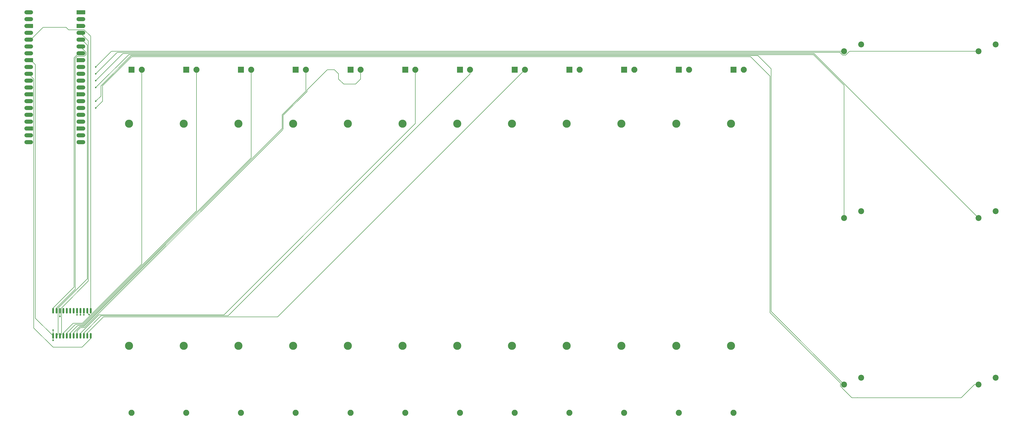
<source format=gbr>
%TF.GenerationSoftware,KiCad,Pcbnew,9.0.1*%
%TF.CreationDate,2025-07-07T17:58:15-06:00*%
%TF.ProjectId,MixDeck v1,4d697844-6563-46b2-9076-312e6b696361,rev?*%
%TF.SameCoordinates,Original*%
%TF.FileFunction,Copper,L2,Bot*%
%TF.FilePolarity,Positive*%
%FSLAX46Y46*%
G04 Gerber Fmt 4.6, Leading zero omitted, Abs format (unit mm)*
G04 Created by KiCad (PCBNEW 9.0.1) date 2025-07-07 17:58:15*
%MOMM*%
%LPD*%
G01*
G04 APERTURE LIST*
G04 Aperture macros list*
%AMRoundRect*
0 Rectangle with rounded corners*
0 $1 Rounding radius*
0 $2 $3 $4 $5 $6 $7 $8 $9 X,Y pos of 4 corners*
0 Add a 4 corners polygon primitive as box body*
4,1,4,$2,$3,$4,$5,$6,$7,$8,$9,$2,$3,0*
0 Add four circle primitives for the rounded corners*
1,1,$1+$1,$2,$3*
1,1,$1+$1,$4,$5*
1,1,$1+$1,$6,$7*
1,1,$1+$1,$8,$9*
0 Add four rect primitives between the rounded corners*
20,1,$1+$1,$2,$3,$4,$5,0*
20,1,$1+$1,$4,$5,$6,$7,0*
20,1,$1+$1,$6,$7,$8,$9,0*
20,1,$1+$1,$8,$9,$2,$3,0*%
%AMFreePoly0*
4,1,37,0.800000,0.796148,0.878414,0.796148,1.032228,0.765552,1.177117,0.705537,1.307515,0.618408,1.418408,0.507515,1.505537,0.377117,1.565552,0.232228,1.596148,0.078414,1.596148,-0.078414,1.565552,-0.232228,1.505537,-0.377117,1.418408,-0.507515,1.307515,-0.618408,1.177117,-0.705537,1.032228,-0.765552,0.878414,-0.796148,0.800000,-0.796148,0.800000,-0.800000,-1.400000,-0.800000,
-1.403843,-0.796157,-1.439018,-0.796157,-1.511114,-0.766294,-1.566294,-0.711114,-1.596157,-0.639018,-1.596157,-0.603843,-1.600000,-0.600000,-1.600000,0.600000,-1.596157,0.603843,-1.596157,0.639018,-1.566294,0.711114,-1.511114,0.766294,-1.439018,0.796157,-1.403843,0.796157,-1.400000,0.800000,0.800000,0.800000,0.800000,0.796148,0.800000,0.796148,$1*%
%AMFreePoly1*
4,1,37,1.403843,0.796157,1.439018,0.796157,1.511114,0.766294,1.566294,0.711114,1.596157,0.639018,1.596157,0.603843,1.600000,0.600000,1.600000,-0.600000,1.596157,-0.603843,1.596157,-0.639018,1.566294,-0.711114,1.511114,-0.766294,1.439018,-0.796157,1.403843,-0.796157,1.400000,-0.800000,-0.800000,-0.800000,-0.800000,-0.796148,-0.878414,-0.796148,-1.032228,-0.765552,-1.177117,-0.705537,
-1.307515,-0.618408,-1.418408,-0.507515,-1.505537,-0.377117,-1.565552,-0.232228,-1.596148,-0.078414,-1.596148,0.078414,-1.565552,0.232228,-1.505537,0.377117,-1.418408,0.507515,-1.307515,0.618408,-1.177117,0.705537,-1.032228,0.765552,-0.878414,0.796148,-0.800000,0.796148,-0.800000,0.800000,1.400000,0.800000,1.403843,0.796157,1.403843,0.796157,$1*%
%AMFreePoly2*
4,1,37,0.603843,0.796157,0.639018,0.796157,0.711114,0.766294,0.766294,0.711114,0.796157,0.639018,0.796157,0.603843,0.800000,0.600000,0.800000,-0.600000,0.796157,-0.603843,0.796157,-0.639018,0.766294,-0.711114,0.711114,-0.766294,0.639018,-0.796157,0.603843,-0.796157,0.600000,-0.800000,0.000000,-0.800000,0.000000,-0.796148,-0.078414,-0.796148,-0.232228,-0.765552,-0.377117,-0.705537,
-0.507515,-0.618408,-0.618408,-0.507515,-0.705537,-0.377117,-0.765552,-0.232228,-0.796148,-0.078414,-0.796148,0.078414,-0.765552,0.232228,-0.705537,0.377117,-0.618408,0.507515,-0.507515,0.618408,-0.377117,0.705537,-0.232228,0.765552,-0.078414,0.796148,0.000000,0.796148,0.000000,0.800000,0.600000,0.800000,0.603843,0.796157,0.603843,0.796157,$1*%
%AMFreePoly3*
4,1,37,0.000000,0.796148,0.078414,0.796148,0.232228,0.765552,0.377117,0.705537,0.507515,0.618408,0.618408,0.507515,0.705537,0.377117,0.765552,0.232228,0.796148,0.078414,0.796148,-0.078414,0.765552,-0.232228,0.705537,-0.377117,0.618408,-0.507515,0.507515,-0.618408,0.377117,-0.705537,0.232228,-0.765552,0.078414,-0.796148,0.000000,-0.796148,0.000000,-0.800000,-0.600000,-0.800000,
-0.603843,-0.796157,-0.639018,-0.796157,-0.711114,-0.766294,-0.766294,-0.711114,-0.796157,-0.639018,-0.796157,-0.603843,-0.800000,-0.600000,-0.800000,0.600000,-0.796157,0.603843,-0.796157,0.639018,-0.766294,0.711114,-0.711114,0.766294,-0.639018,0.796157,-0.603843,0.796157,-0.600000,0.800000,0.000000,0.800000,0.000000,0.796148,0.000000,0.796148,$1*%
G04 Aperture macros list end*
%TA.AperFunction,ComponentPad*%
%ADD10R,2.250000X2.250000*%
%TD*%
%TA.AperFunction,ComponentPad*%
%ADD11C,2.250000*%
%TD*%
%TA.AperFunction,ComponentPad*%
%ADD12C,3.000000*%
%TD*%
%TA.AperFunction,ComponentPad*%
%ADD13C,2.200000*%
%TD*%
%TA.AperFunction,SMDPad,CuDef*%
%ADD14RoundRect,0.150000X0.150000X-0.875000X0.150000X0.875000X-0.150000X0.875000X-0.150000X-0.875000X0*%
%TD*%
%TA.AperFunction,SMDPad,CuDef*%
%ADD15FreePoly0,180.000000*%
%TD*%
%TA.AperFunction,ComponentPad*%
%ADD16RoundRect,0.200000X0.600000X0.600000X-0.600000X0.600000X-0.600000X-0.600000X0.600000X-0.600000X0*%
%TD*%
%TA.AperFunction,SMDPad,CuDef*%
%ADD17RoundRect,0.800000X0.800000X0.000010X-0.800000X0.000010X-0.800000X-0.000010X0.800000X-0.000010X0*%
%TD*%
%TA.AperFunction,ComponentPad*%
%ADD18C,1.600000*%
%TD*%
%TA.AperFunction,SMDPad,CuDef*%
%ADD19FreePoly1,180.000000*%
%TD*%
%TA.AperFunction,ComponentPad*%
%ADD20FreePoly2,180.000000*%
%TD*%
%TA.AperFunction,ComponentPad*%
%ADD21FreePoly3,180.000000*%
%TD*%
%TA.AperFunction,ViaPad*%
%ADD22C,0.600000*%
%TD*%
%TA.AperFunction,Conductor*%
%ADD23C,0.200000*%
%TD*%
G04 APERTURE END LIST*
D10*
%TO.P,RV7,1,1*%
%TO.N,REFV*%
X542914936Y-220730000D03*
D11*
%TO.P,RV7,2,2*%
%TO.N,Net-(U1-I6)*%
X546714936Y-220730000D03*
%TO.P,RV7,3,3*%
%TO.N,GND*%
X542914936Y-348230000D03*
D12*
%TO.P,RV7,MH1*%
%TO.N,N/C*%
X541964936Y-240780000D03*
%TO.P,RV7,MH2*%
X541964936Y-323280000D03*
%TD*%
D10*
%TO.P,RV2,1,1*%
%TO.N,REFV*%
X441299873Y-220730000D03*
D11*
%TO.P,RV2,2,2*%
%TO.N,Net-(U1-I1)*%
X445099873Y-220730000D03*
%TO.P,RV2,3,3*%
%TO.N,GND*%
X441299873Y-348230000D03*
D12*
%TO.P,RV2,MH1*%
%TO.N,N/C*%
X440349873Y-240780000D03*
%TO.P,RV2,MH2*%
X440349873Y-323280000D03*
%TD*%
D10*
%TO.P,RV10,1,1*%
%TO.N,REFV*%
X603883975Y-220730000D03*
D11*
%TO.P,RV10,2,2*%
%TO.N,Net-(U1-I9)*%
X607683975Y-220730000D03*
%TO.P,RV10,3,3*%
%TO.N,GND*%
X603883975Y-348230000D03*
D12*
%TO.P,RV10,MH1*%
%TO.N,N/C*%
X602933975Y-240780000D03*
%TO.P,RV10,MH2*%
X602933975Y-323280000D03*
%TD*%
D13*
%TO.P,SW2,1,1*%
%TO.N,GND*%
X741920000Y-211350000D03*
%TO.P,SW2,2,2*%
%TO.N,Bttn2*%
X735570000Y-213890000D03*
%TD*%
%TO.P,SW6,1,1*%
%TO.N,GND*%
X741920000Y-335190000D03*
%TO.P,SW6,2,2*%
%TO.N,Bttn6*%
X735570000Y-337730000D03*
%TD*%
D10*
%TO.P,RV9,1,1*%
%TO.N,REFV*%
X583560962Y-220730000D03*
D11*
%TO.P,RV9,2,2*%
%TO.N,Net-(U1-I8)*%
X587360962Y-220730000D03*
%TO.P,RV9,3,3*%
%TO.N,GND*%
X583560962Y-348230000D03*
D12*
%TO.P,RV9,MH1*%
%TO.N,N/C*%
X582610962Y-240780000D03*
%TO.P,RV9,MH2*%
X582610962Y-323280000D03*
%TD*%
D10*
%TO.P,RV1,1,1*%
%TO.N,REFV*%
X420976860Y-220730000D03*
D11*
%TO.P,RV1,2,2*%
%TO.N,Net-(U1-I0)*%
X424776860Y-220730000D03*
%TO.P,RV1,3,3*%
%TO.N,GND*%
X420976860Y-348230000D03*
D12*
%TO.P,RV1,MH1*%
%TO.N,N/C*%
X420026860Y-240780000D03*
%TO.P,RV1,MH2*%
X420026860Y-323280000D03*
%TD*%
D10*
%TO.P,RV8,1,1*%
%TO.N,REFV*%
X563237949Y-220730000D03*
D11*
%TO.P,RV8,2,2*%
%TO.N,Net-(U1-I7)*%
X567037949Y-220730000D03*
%TO.P,RV8,3,3*%
%TO.N,GND*%
X563237949Y-348230000D03*
D12*
%TO.P,RV8,MH1*%
%TO.N,N/C*%
X562287949Y-240780000D03*
%TO.P,RV8,MH2*%
X562287949Y-323280000D03*
%TD*%
D10*
%TO.P,RV6,1,1*%
%TO.N,REFV*%
X522591924Y-220730000D03*
D11*
%TO.P,RV6,2,2*%
%TO.N,Net-(U1-I5)*%
X526391924Y-220730000D03*
%TO.P,RV6,3,3*%
%TO.N,GND*%
X522591924Y-348230000D03*
D12*
%TO.P,RV6,MH1*%
%TO.N,N/C*%
X521641924Y-240780000D03*
%TO.P,RV6,MH2*%
X521641924Y-323280000D03*
%TD*%
D10*
%TO.P,RV12,1,1*%
%TO.N,REFV*%
X644530000Y-220730000D03*
D11*
%TO.P,RV12,2,2*%
%TO.N,Net-(U1-I11)*%
X648330000Y-220730000D03*
%TO.P,RV12,3,3*%
%TO.N,GND*%
X644530000Y-348230000D03*
D12*
%TO.P,RV12,MH1*%
%TO.N,N/C*%
X643580000Y-240780000D03*
%TO.P,RV12,MH2*%
X643580000Y-323280000D03*
%TD*%
D13*
%TO.P,SW5,1,1*%
%TO.N,GND*%
X692000000Y-335190000D03*
%TO.P,SW5,2,2*%
%TO.N,Bttn5*%
X685650000Y-337730000D03*
%TD*%
D10*
%TO.P,RV5,1,1*%
%TO.N,REFV*%
X502268911Y-220730000D03*
D11*
%TO.P,RV5,2,2*%
%TO.N,Net-(U1-I4)*%
X506068911Y-220730000D03*
%TO.P,RV5,3,3*%
%TO.N,GND*%
X502268911Y-348230000D03*
D12*
%TO.P,RV5,MH1*%
%TO.N,N/C*%
X501318911Y-240780000D03*
%TO.P,RV5,MH2*%
X501318911Y-323280000D03*
%TD*%
D13*
%TO.P,SW1,1,1*%
%TO.N,GND*%
X692000000Y-211350000D03*
%TO.P,SW1,2,2*%
%TO.N,Bttn1*%
X685650000Y-213890000D03*
%TD*%
D10*
%TO.P,RV4,1,1*%
%TO.N,REFV*%
X481945898Y-220730000D03*
D11*
%TO.P,RV4,2,2*%
%TO.N,Net-(U1-I3)*%
X485745898Y-220730000D03*
%TO.P,RV4,3,3*%
%TO.N,GND*%
X481945898Y-348230000D03*
D12*
%TO.P,RV4,MH1*%
%TO.N,N/C*%
X480995898Y-240780000D03*
%TO.P,RV4,MH2*%
X480995898Y-323280000D03*
%TD*%
D10*
%TO.P,RV3,1,1*%
%TO.N,REFV*%
X461622885Y-220730000D03*
D11*
%TO.P,RV3,2,2*%
%TO.N,Net-(U1-I2)*%
X465422885Y-220730000D03*
%TO.P,RV3,3,3*%
%TO.N,GND*%
X461622885Y-348230000D03*
D12*
%TO.P,RV3,MH1*%
%TO.N,N/C*%
X460672885Y-240780000D03*
%TO.P,RV3,MH2*%
X460672885Y-323280000D03*
%TD*%
D10*
%TO.P,RV11,1,1*%
%TO.N,REFV*%
X624206987Y-220730000D03*
D11*
%TO.P,RV11,2,2*%
%TO.N,Net-(U1-I10)*%
X628006987Y-220730000D03*
%TO.P,RV11,3,3*%
%TO.N,GND*%
X624206987Y-348230000D03*
D12*
%TO.P,RV11,MH1*%
%TO.N,N/C*%
X623256987Y-240780000D03*
%TO.P,RV11,MH2*%
X623256987Y-323280000D03*
%TD*%
D13*
%TO.P,SW3,1,1*%
%TO.N,GND*%
X692000000Y-273270000D03*
%TO.P,SW3,2,2*%
%TO.N,Bttn4*%
X685650000Y-275810000D03*
%TD*%
%TO.P,SW4,1,1*%
%TO.N,GND*%
X741920000Y-273270000D03*
%TO.P,SW4,2,2*%
%TO.N,Bttn3*%
X735570000Y-275810000D03*
%TD*%
D14*
%TO.P,U1,1,COM*%
%TO.N,SIG*%
X405765000Y-319610000D03*
%TO.P,U1,2,I7*%
%TO.N,Net-(U1-I7)*%
X404495000Y-319610000D03*
%TO.P,U1,3,I6*%
%TO.N,Net-(U1-I6)*%
X403225000Y-319610000D03*
%TO.P,U1,4,I5*%
%TO.N,Net-(U1-I5)*%
X401955000Y-319610000D03*
%TO.P,U1,5,I4*%
%TO.N,Net-(U1-I4)*%
X400685000Y-319610000D03*
%TO.P,U1,6,I3*%
%TO.N,Net-(U1-I3)*%
X399415000Y-319610000D03*
%TO.P,U1,7,I2*%
%TO.N,Net-(U1-I2)*%
X398145000Y-319610000D03*
%TO.P,U1,8,I1*%
%TO.N,Net-(U1-I1)*%
X396875000Y-319610000D03*
%TO.P,U1,9,I0*%
%TO.N,Net-(U1-I0)*%
X395605000Y-319610000D03*
%TO.P,U1,10,S0*%
%TO.N,S0*%
X394335000Y-319610000D03*
%TO.P,U1,11,S1*%
%TO.N,S1*%
X393065000Y-319610000D03*
%TO.P,U1,12,GND*%
%TO.N,GND*%
X391795000Y-319610000D03*
%TO.P,U1,13,S3*%
%TO.N,S3*%
X391795000Y-310310000D03*
%TO.P,U1,14,S2*%
%TO.N,S2*%
X393065000Y-310310000D03*
%TO.P,U1,15,~{E}*%
%TO.N,GND*%
X394335000Y-310310000D03*
%TO.P,U1,16,I15*%
%TO.N,unconnected-(U1-I15-Pad16)*%
X395605000Y-310310000D03*
%TO.P,U1,17,I14*%
%TO.N,unconnected-(U1-I14-Pad17)*%
X396875000Y-310310000D03*
%TO.P,U1,18,I13*%
%TO.N,unconnected-(U1-I13-Pad18)*%
X398145000Y-310310000D03*
%TO.P,U1,19,I12*%
%TO.N,unconnected-(U1-I12-Pad19)*%
X399415000Y-310310000D03*
%TO.P,U1,20,I11*%
%TO.N,Net-(U1-I11)*%
X400685000Y-310310000D03*
%TO.P,U1,21,I10*%
%TO.N,Net-(U1-I10)*%
X401955000Y-310310000D03*
%TO.P,U1,22,I9*%
%TO.N,Net-(U1-I9)*%
X403225000Y-310310000D03*
%TO.P,U1,23,I8*%
%TO.N,Net-(U1-I8)*%
X404495000Y-310310000D03*
%TO.P,U1,24,VCC*%
%TO.N,3V3*%
X405765000Y-310310000D03*
%TD*%
D15*
%TO.P,A1,1,GPIO0*%
%TO.N,unconnected-(A1-GPIO0-Pad1)*%
X402120000Y-199390000D03*
D16*
X401320000Y-199390000D03*
D17*
%TO.P,A1,2,GPIO1*%
%TO.N,unconnected-(A1-GPIO1-Pad2)*%
X402120000Y-201930000D03*
D18*
X401320000Y-201930000D03*
D19*
%TO.P,A1,3,GND*%
%TO.N,GND*%
X402120000Y-204470000D03*
D20*
X401320000Y-204470000D03*
D17*
%TO.P,A1,4,GPIO2*%
%TO.N,S0*%
X402120000Y-207010000D03*
D18*
X401320000Y-207010000D03*
D17*
%TO.P,A1,5,GPIO3*%
%TO.N,S1*%
X402120000Y-209550000D03*
D18*
X401320000Y-209550000D03*
D17*
%TO.P,A1,6,GPIO4*%
%TO.N,S2*%
X402120000Y-212090000D03*
D18*
X401320000Y-212090000D03*
D17*
%TO.P,A1,7,GPIO5*%
%TO.N,S3*%
X402120000Y-214630000D03*
D18*
X401320000Y-214630000D03*
D19*
%TO.P,A1,8,GND*%
%TO.N,GND*%
X402120000Y-217170000D03*
D20*
X401320000Y-217170000D03*
D17*
%TO.P,A1,9,GPIO6*%
%TO.N,Bttn1*%
X402120000Y-219710000D03*
D18*
X401320000Y-219710000D03*
D17*
%TO.P,A1,10,GPIO7*%
%TO.N,Bttn2*%
X402120000Y-222250000D03*
D18*
X401320000Y-222250000D03*
D17*
%TO.P,A1,11,GPIO8*%
%TO.N,Bttn3*%
X402120000Y-224790000D03*
D18*
X401320000Y-224790000D03*
D17*
%TO.P,A1,12,GPIO9*%
%TO.N,Bttn4*%
X402120000Y-227330000D03*
D18*
X401320000Y-227330000D03*
D19*
%TO.P,A1,13,GND*%
%TO.N,GND*%
X402120000Y-229870000D03*
D20*
X401320000Y-229870000D03*
D17*
%TO.P,A1,14,GPIO10*%
%TO.N,Bttn5*%
X402120000Y-232410000D03*
D18*
X401320000Y-232410000D03*
D17*
%TO.P,A1,15,GPIO11*%
%TO.N,Bttn6*%
X402120000Y-234950000D03*
D18*
X401320000Y-234950000D03*
D17*
%TO.P,A1,16,GPIO12*%
%TO.N,unconnected-(A1-GPIO12-Pad16)*%
X402120000Y-237490000D03*
D18*
X401320000Y-237490000D03*
D17*
%TO.P,A1,17,GPIO13*%
%TO.N,unconnected-(A1-GPIO13-Pad17)*%
X402120000Y-240030000D03*
D18*
X401320000Y-240030000D03*
D19*
%TO.P,A1,18,GND*%
%TO.N,GND*%
X402120000Y-242570000D03*
D20*
X401320000Y-242570000D03*
D17*
%TO.P,A1,19,GPIO14*%
%TO.N,unconnected-(A1-GPIO14-Pad19)*%
X402120000Y-245110000D03*
D18*
X401320000Y-245110000D03*
D17*
%TO.P,A1,20,GPIO15*%
%TO.N,unconnected-(A1-GPIO15-Pad20)*%
X402120000Y-247650000D03*
D18*
X401320000Y-247650000D03*
%TO.P,A1,21,GPIO16*%
%TO.N,unconnected-(A1-GPIO16-Pad21)*%
X383540000Y-247650000D03*
D17*
X382740000Y-247650000D03*
D18*
%TO.P,A1,22,GPIO17*%
%TO.N,unconnected-(A1-GPIO17-Pad22)*%
X383540000Y-245110000D03*
D17*
X382740000Y-245110000D03*
D21*
%TO.P,A1,23,GND*%
%TO.N,GND*%
X383540000Y-242570000D03*
D15*
X382740000Y-242570000D03*
D18*
%TO.P,A1,24,GPIO18*%
%TO.N,unconnected-(A1-GPIO18-Pad24)*%
X383540000Y-240030000D03*
D17*
X382740000Y-240030000D03*
D18*
%TO.P,A1,25,GPIO19*%
%TO.N,unconnected-(A1-GPIO19-Pad25)*%
X383540000Y-237490000D03*
D17*
X382740000Y-237490000D03*
D18*
%TO.P,A1,26,GPIO20*%
%TO.N,unconnected-(A1-GPIO20-Pad26)*%
X383540000Y-234950000D03*
D17*
X382740000Y-234950000D03*
D18*
%TO.P,A1,27,GPIO21*%
%TO.N,unconnected-(A1-GPIO21-Pad27)*%
X383540000Y-232410000D03*
D17*
X382740000Y-232410000D03*
D21*
%TO.P,A1,28,GND*%
%TO.N,GND*%
X383540000Y-229870000D03*
D15*
X382740000Y-229870000D03*
D18*
%TO.P,A1,29,GPIO22*%
%TO.N,unconnected-(A1-GPIO22-Pad29)*%
X383540000Y-227330000D03*
D17*
X382740000Y-227330000D03*
D18*
%TO.P,A1,30,RUN*%
%TO.N,unconnected-(A1-RUN-Pad30)*%
X383540000Y-224790000D03*
D17*
X382740000Y-224790000D03*
D18*
%TO.P,A1,31,GPIO26_ADC0*%
%TO.N,SIG*%
X383540000Y-222250000D03*
D17*
X382740000Y-222250000D03*
D18*
%TO.P,A1,32,GPIO27_ADC1*%
%TO.N,unconnected-(A1-GPIO27_ADC1-Pad32)*%
X383540000Y-219710000D03*
D17*
X382740000Y-219710000D03*
D21*
%TO.P,A1,33,AGND*%
%TO.N,GND*%
X383540000Y-217170000D03*
D15*
X382740000Y-217170000D03*
D18*
%TO.P,A1,34,GPIO28_ADC2*%
%TO.N,unconnected-(A1-GPIO28_ADC2-Pad34)*%
X383540000Y-214630000D03*
D17*
X382740000Y-214630000D03*
D18*
%TO.P,A1,35,ADC_VREF*%
%TO.N,REFV*%
X383540000Y-212090000D03*
D17*
X382740000Y-212090000D03*
D18*
%TO.P,A1,36,3V3*%
%TO.N,3V3*%
X383540000Y-209550000D03*
D17*
X382740000Y-209550000D03*
D18*
%TO.P,A1,37,3V3_EN*%
%TO.N,unconnected-(A1-3V3_EN-Pad37)*%
X383540000Y-207010000D03*
D17*
X382740000Y-207010000D03*
D21*
%TO.P,A1,38,GND*%
%TO.N,GND*%
X383540000Y-204470000D03*
D15*
X382740000Y-204470000D03*
D18*
%TO.P,A1,39,VSYS*%
%TO.N,unconnected-(A1-VSYS-Pad39)*%
X383540000Y-201930000D03*
D17*
X382740000Y-201930000D03*
D18*
%TO.P,A1,40,VBUS*%
%TO.N,unconnected-(A1-VBUS-Pad40)*%
X383540000Y-199390000D03*
D17*
X382740000Y-199390000D03*
%TD*%
D22*
%TO.N,GND*%
X394335000Y-312420000D03*
X391795000Y-321310000D03*
X391795000Y-317500000D03*
%TO.N,Bttn3*%
X407670000Y-224790000D03*
%TO.N,Bttn1*%
X407670000Y-219710000D03*
%TO.N,Bttn5*%
X407670000Y-232410000D03*
%TO.N,Bttn2*%
X407670000Y-222250000D03*
%TO.N,Bttn6*%
X407670000Y-234950000D03*
%TO.N,Bttn4*%
X407670000Y-227330000D03*
%TO.N,Net-(U1-I8)*%
X405203123Y-311690317D03*
%TO.N,Net-(U1-I9)*%
X403225000Y-311785000D03*
%TO.N,Net-(U1-I10)*%
X401955000Y-311785000D03*
%TO.N,Net-(U1-I11)*%
X400685000Y-311785000D03*
%TD*%
D23*
%TO.N,GND*%
X385229000Y-313044000D02*
X385229000Y-218859000D01*
X385229000Y-218859000D02*
X383540000Y-217170000D01*
X394335000Y-310310000D02*
X394335000Y-312420000D01*
X391795000Y-319610000D02*
X391795000Y-321310000D01*
X391795000Y-319610000D02*
X385229000Y-313044000D01*
X391795000Y-317500000D02*
X391795000Y-319610000D01*
%TO.N,S2*%
X400032000Y-216485100D02*
X400032000Y-302318001D01*
X403376050Y-215731000D02*
X400786100Y-215731000D01*
X404021000Y-214173950D02*
X404021000Y-215086050D01*
X401937050Y-212090000D02*
X404021000Y-214173950D01*
X400032000Y-302318001D02*
X393065000Y-309285001D01*
X400786100Y-215731000D02*
X400032000Y-216485100D01*
X393065000Y-309285001D02*
X393065000Y-310310000D01*
X401320000Y-212090000D02*
X401937050Y-212090000D01*
X404021000Y-215086050D02*
X403376050Y-215731000D01*
%TO.N,SIG*%
X405765000Y-320634999D02*
X402549999Y-323850000D01*
X402549999Y-323850000D02*
X391795000Y-323850000D01*
X384646000Y-224156000D02*
X382740000Y-222250000D01*
X405765000Y-319610000D02*
X405765000Y-320634999D01*
X391795000Y-323850000D02*
X384646000Y-316701000D01*
X384646000Y-316701000D02*
X384646000Y-224156000D01*
%TO.N,Bttn3*%
X674452000Y-214692000D02*
X735570000Y-275810000D01*
X417768000Y-214692000D02*
X674452000Y-214692000D01*
X407670000Y-224790000D02*
X417768000Y-214692000D01*
%TO.N,S3*%
X399631000Y-216319000D02*
X399631000Y-301449001D01*
X391795000Y-309285001D02*
X391795000Y-310310000D01*
X399631000Y-301449001D02*
X391795000Y-309285001D01*
X401320000Y-214630000D02*
X399631000Y-216319000D01*
%TO.N,3V3*%
X403376050Y-205909000D02*
X397596050Y-205909000D01*
X388121000Y-204969000D02*
X383540000Y-209550000D01*
X396656050Y-204969000D02*
X388121000Y-204969000D01*
X397596050Y-205909000D02*
X396656050Y-204969000D01*
X405765000Y-310310000D02*
X405765000Y-208297950D01*
X405765000Y-208297950D02*
X403376050Y-205909000D01*
%TO.N,S0*%
X394936000Y-309244032D02*
X394936000Y-319009000D01*
X401320000Y-207010000D02*
X401937050Y-207010000D01*
X404896000Y-299284032D02*
X394936000Y-309244032D01*
X394936000Y-319009000D02*
X394335000Y-319610000D01*
X404896000Y-209968950D02*
X404896000Y-299284032D01*
X401937050Y-207010000D02*
X404896000Y-209968950D01*
%TO.N,Bttn1*%
X413490000Y-213890000D02*
X685650000Y-213890000D01*
X407670000Y-219710000D02*
X413490000Y-213890000D01*
%TO.N,Bttn5*%
X409575000Y-230505000D02*
X409575000Y-226695000D01*
X653644000Y-215494000D02*
X658495000Y-220345000D01*
X409575000Y-226695000D02*
X420776000Y-215494000D01*
X658495000Y-310575000D02*
X685650000Y-337730000D01*
X420776000Y-215494000D02*
X653644000Y-215494000D01*
X658495000Y-220345000D02*
X658495000Y-310575000D01*
X407670000Y-232410000D02*
X409575000Y-230505000D01*
%TO.N,S1*%
X393666000Y-309251101D02*
X393666000Y-319009000D01*
X402451370Y-209550000D02*
X404495000Y-211593630D01*
X404495000Y-211593630D02*
X404495000Y-298422101D01*
X401320000Y-209550000D02*
X402451370Y-209550000D01*
X404495000Y-298422101D02*
X393666000Y-309251101D01*
X393666000Y-319009000D02*
X393065000Y-319610000D01*
%TO.N,Bttn2*%
X415629000Y-214291000D02*
X684069686Y-214291000D01*
X407670000Y-222250000D02*
X415629000Y-214291000D01*
X685069686Y-215291000D02*
X686230314Y-215291000D01*
X684069686Y-214291000D02*
X685069686Y-215291000D01*
X686230314Y-215291000D02*
X687631314Y-213890000D01*
X687631314Y-213890000D02*
X735570000Y-213890000D01*
%TO.N,Bttn6*%
X729123366Y-342621000D02*
X734014366Y-337730000D01*
X684249000Y-337149686D02*
X684249000Y-338310314D01*
X658094000Y-223119000D02*
X658094000Y-310994686D01*
X650875000Y-215900000D02*
X658094000Y-223119000D01*
X684249000Y-338310314D02*
X685069686Y-339131000D01*
X658094000Y-310994686D02*
X684249000Y-337149686D01*
X685069686Y-339131000D02*
X685069686Y-339204502D01*
X690601000Y-342621000D02*
X729123366Y-342621000D01*
X734014366Y-337730000D02*
X735570000Y-337730000D01*
X688486184Y-342621000D02*
X690433816Y-342621000D01*
X690517408Y-342537408D02*
X690601000Y-342621000D01*
X685069686Y-339204502D02*
X688486184Y-342621000D01*
X690433816Y-342621000D02*
X690517408Y-342537408D01*
X407670000Y-234950000D02*
X410210000Y-232410000D01*
X420937100Y-215900000D02*
X650875000Y-215900000D01*
X410210000Y-226627100D02*
X420937100Y-215900000D01*
X410210000Y-232410000D02*
X410210000Y-226627100D01*
%TO.N,Bttn4*%
X685650000Y-226457100D02*
X685650000Y-275810000D01*
X674285900Y-215093000D02*
X685650000Y-226457100D01*
X419907000Y-215093000D02*
X674285900Y-215093000D01*
X407670000Y-227330000D02*
X419907000Y-215093000D01*
%TO.N,Net-(U1-I0)*%
X399230001Y-314960000D02*
X402781968Y-314960000D01*
X395605000Y-319610000D02*
X395605000Y-318585001D01*
X402781968Y-314960000D02*
X424776860Y-292965108D01*
X395605000Y-318585001D02*
X399230001Y-314960000D01*
X424776860Y-292965108D02*
X424776860Y-220730000D01*
%TO.N,Net-(U1-I1)*%
X396875000Y-319610000D02*
X396875000Y-318585001D01*
X402948068Y-315361000D02*
X445099873Y-273209195D01*
X396875000Y-318585001D02*
X400099001Y-315361000D01*
X445099873Y-273209195D02*
X445099873Y-220730000D01*
X400099001Y-315361000D02*
X402948068Y-315361000D01*
%TO.N,Net-(U1-I2)*%
X398145000Y-318585001D02*
X400968001Y-315762000D01*
X400968001Y-315762000D02*
X403114168Y-315762000D01*
X465422885Y-253453283D02*
X465422885Y-220730000D01*
X403114168Y-315762000D02*
X465422885Y-253453283D01*
X398145000Y-319610000D02*
X398145000Y-318585001D01*
%TO.N,Net-(U1-I3)*%
X476885000Y-237490000D02*
X485745898Y-228629102D01*
X399415000Y-319610000D02*
X399415000Y-318518001D01*
X399415000Y-318518001D02*
X401770001Y-316163000D01*
X476885000Y-242558268D02*
X476885000Y-237490000D01*
X485745898Y-228629102D02*
X485745898Y-220730000D01*
X403280268Y-316163000D02*
X476885000Y-242558268D01*
X401770001Y-316163000D02*
X403280268Y-316163000D01*
%TO.N,Net-(U1-I4)*%
X506068911Y-220730000D02*
X506068911Y-224181089D01*
X486146898Y-228795202D02*
X477286000Y-237656100D01*
X493645000Y-220730000D02*
X486146898Y-228228102D01*
X496320000Y-220730000D02*
X493645000Y-220730000D01*
X403526000Y-316564000D02*
X401955000Y-316564000D01*
X497840000Y-222250000D02*
X496320000Y-220730000D01*
X477286000Y-237656100D02*
X477286000Y-242724368D01*
X504190000Y-226060000D02*
X499745000Y-226060000D01*
X401955000Y-316564000D02*
X400685000Y-317834000D01*
X476885000Y-243205000D02*
X403526000Y-316564000D01*
X506068911Y-224181089D02*
X504190000Y-226060000D01*
X476885000Y-243125368D02*
X476885000Y-243205000D01*
X486146898Y-228228102D02*
X486146898Y-228795202D01*
X400685000Y-317834000D02*
X400685000Y-319610000D01*
X477286000Y-242724368D02*
X476885000Y-243125368D01*
X497840000Y-224155000D02*
X497840000Y-222250000D01*
X499745000Y-226060000D02*
X497840000Y-224155000D01*
%TO.N,Net-(U1-I5)*%
X526391924Y-240688076D02*
X455295000Y-311785000D01*
X401955000Y-318702100D02*
X401955000Y-319610000D01*
X455295000Y-311785000D02*
X408872100Y-311785000D01*
X526391924Y-220730000D02*
X526391924Y-240688076D01*
X408872100Y-311785000D02*
X401955000Y-318702100D01*
%TO.N,Net-(U1-I6)*%
X403225000Y-318585001D02*
X409624001Y-312186000D01*
X403225000Y-319610000D02*
X403225000Y-318585001D01*
X409624001Y-312186000D02*
X456849926Y-312186000D01*
X456849926Y-312186000D02*
X546714936Y-222320990D01*
X546714936Y-222320990D02*
X546714936Y-220730000D01*
%TO.N,Net-(U1-I7)*%
X475180949Y-312587000D02*
X567037949Y-220730000D01*
X404495000Y-318585001D02*
X410493001Y-312587000D01*
X404495000Y-319610000D02*
X404495000Y-318585001D01*
X410493001Y-312587000D02*
X475180949Y-312587000D01*
%TO.N,Net-(U1-I8)*%
X404495000Y-310310000D02*
X404495000Y-310982194D01*
X404495000Y-310982194D02*
X405203123Y-311690317D01*
%TO.N,Net-(U1-I9)*%
X403225000Y-311785000D02*
X403225000Y-310310000D01*
%TO.N,Net-(U1-I10)*%
X401955000Y-310310000D02*
X401955000Y-311785000D01*
%TO.N,Net-(U1-I11)*%
X400685000Y-310310000D02*
X400685000Y-311785000D01*
%TD*%
M02*

</source>
